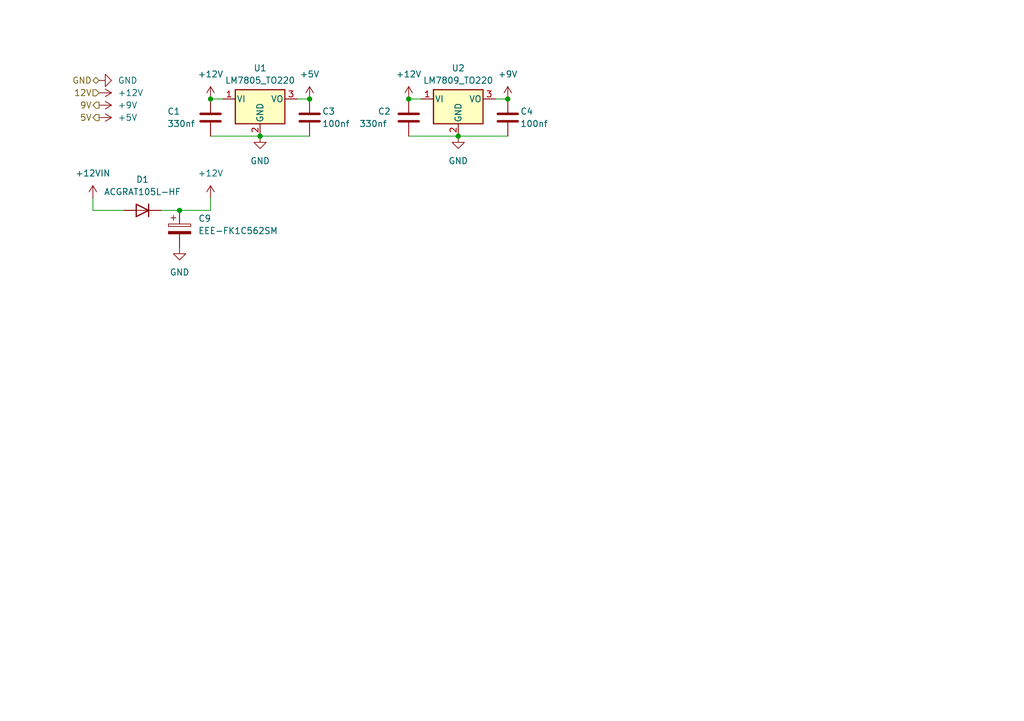
<source format=kicad_sch>
(kicad_sch (version 20231120) (generator "eeschema") (generator_version "8.0")
  (paper "A5")
  (lib_symbols
    (symbol "Device:C" (pin_numbers hide) (pin_names (offset 0.254))
      (property "Reference" "C" (at 0.635 2.54 0))
      (property "Value" "C" (at 0.635 -2.54 0))
      (symbol "C_0_1"
        (polyline (pts (xy -2.032 -0.762) (xy 2.032 -0.762)) (stroke (width 0.508)))
        (polyline (pts (xy -2.032 0.762) (xy 2.032 0.762)) (stroke (width 0.508)))
      )
      (symbol "C_1_1"
        (pin passive line (at 0 3.81 270) (length 2.794) (name "~") (number "1"))
        (pin passive line (at 0 -3.81 90) (length 2.794) (name "~") (number "2"))
      )
    )
    (symbol "Device:C_Polarized" (pin_numbers hide) (pin_names (offset 0.254))
      (property "Reference" "C" (at 0.635 2.54 0))
      (property "Value" "C_Polarized" (at 0.635 -2.54 0))
      (symbol "C_Polarized_0_1"
        (rectangle (start -2.286 0.508) (end 2.286 1.016))
        (polyline (pts (xy -1.778 2.286) (xy -0.762 2.286)))
        (polyline (pts (xy -1.27 2.794) (xy -1.27 1.778)))
        (rectangle (start 2.286 -0.508) (end -2.286 -1.016) (fill (type outline)))
      )
      (symbol "C_Polarized_1_1"
        (pin passive line (at 0 3.81 270) (length 2.794) (name "~") (number "1"))
        (pin passive line (at 0 -3.81 90) (length 2.794) (name "~") (number "2"))
      )
    )
    (symbol "Device:D" (pin_numbers hide) (pin_names (offset 1.016) hide)
      (property "Reference" "D" (at 0 2.54 0))
      (property "Value" "D" (at 0 -2.54 0))
      (symbol "D_0_1"
        (polyline (pts (xy -1.27 1.27) (xy -1.27 -1.27)) (stroke (width 0.254)))
        (polyline (pts (xy 1.27 0) (xy -1.27 0)))
        (polyline (pts (xy 1.27 1.27) (xy 1.27 -1.27) (xy -1.27 0) (xy 1.27 1.27)) (stroke (width 0.254)))
      )
      (symbol "D_1_1"
        (pin passive line (at -3.81 0 0) (length 2.54) (name "K") (number "1"))
        (pin passive line (at 3.81 0 180) (length 2.54) (name "A") (number "2"))
      )
    )
    (symbol "Regulator_Linear:LM7805_TO220" (pin_names (offset 0.254))
      (property "Reference" "U" (at -3.81 3.175 0))
      (property "Value" "LM7805_TO220" (at 0 3.175 0))
      (symbol "LM7805_TO220_0_1"
        (rectangle (start -5.08 1.905) (end 5.08 -5.08) (stroke (width 0.254)) (fill (type background)))
      )
      (symbol "LM7805_TO220_1_1"
        (pin power_in line (at -7.62 0 0) (length 2.54) (name "VI") (number "1"))
        (pin power_in line (at 0 -7.62 90) (length 2.54) (name "GND") (number "2"))
        (pin power_out line (at 7.62 0 180) (length 2.54) (name "VO") (number "3"))
      )
    )
    (symbol "Regulator_Linear:LM7809_TO220" (pin_names (offset 0.254))
      (property "Reference" "U" (at -3.81 3.175 0))
      (property "Value" "LM7809_TO220" (at 0 3.175 0))
      (symbol "LM7809_TO220_0_1"
        (rectangle (start -5.08 1.905) (end 5.08 -5.08) (stroke (width 0.254)) (fill (type background)))
      )
      (symbol "LM7809_TO220_1_1"
        (pin power_in line (at -7.62 0 0) (length 2.54) (name "VI") (number "1"))
        (pin power_in line (at 0 -7.62 90) (length 2.54) (name "GND") (number "2"))
        (pin power_out line (at 7.62 0 180) (length 2.54) (name "VO") (number "3"))
      )
    )
    (symbol "power:+12V" (power) (pin_numbers hide) (pin_names (offset 0) hide)
      (property "Value" "+12V" (at 0 3.556 0))
      (symbol "+12V_0_1"
        (polyline (pts (xy -0.762 1.27) (xy 0 2.54)))
        (polyline (pts (xy 0 0) (xy 0 2.54)))
        (polyline (pts (xy 0 2.54) (xy 0.762 1.27)))
      )
      (symbol "+12V_1_1"
        (pin power_in line (at 0 0 90) (length 0) (name "~") (number "1"))
      )
    )
    (symbol "power:+5V" (power) (pin_numbers hide) (pin_names (offset 0) hide)
      (property "Value" "+5V" (at 0 3.556 0))
      (symbol "+5V_0_1"
        (polyline (pts (xy -0.762 1.27) (xy 0 2.54)))
        (polyline (pts (xy 0 0) (xy 0 2.54)))
        (polyline (pts (xy 0 2.54) (xy 0.762 1.27)))
      )
      (symbol "+5V_1_1"
        (pin power_in line (at 0 0 90) (length 0) (name "~") (number "1"))
      )
    )
    (symbol "power:+9V" (power) (pin_numbers hide) (pin_names (offset 0) hide)
      (property "Value" "+9V" (at 0 3.556 0))
      (symbol "+9V_0_1"
        (polyline (pts (xy -0.762 1.27) (xy 0 2.54)))
        (polyline (pts (xy 0 0) (xy 0 2.54)))
        (polyline (pts (xy 0 2.54) (xy 0.762 1.27)))
      )
      (symbol "+9V_1_1"
        (pin power_in line (at 0 0 90) (length 0) (name "~") (number "1"))
      )
    )
    (symbol "power:GND" (power) (pin_numbers hide) (pin_names (offset 0) hide)
      (property "Value" "GND" (at 0 -3.81 0))
      (symbol "GND_0_1"
        (polyline (pts (xy 0 0) (xy 0 -1.27) (xy 1.27 -1.27) (xy 0 -2.54) (xy -1.27 -1.27) (xy 0 -1.27)))
      )
      (symbol "GND_1_1"
        (pin power_in line (at 0 0 270) (length 0) (name "~") (number "1"))
      )
    )
  )
  (junction (at 93.98 27.94))
  (junction (at 63.5 20.32))
  (junction (at 36.83 43.18))
  (junction (at 53.34 27.94))
  (junction (at 104.14 20.32))
  (junction (at 43.18 20.32))
  (junction (at 83.82 20.32))
  (wire (pts (xy 93.98 27.94) (xy 104.14 27.94)))
  (wire (pts (xy 60.96 20.32) (xy 63.5 20.32)))
  (wire (pts (xy 83.82 20.32) (xy 86.36 20.32)))
  (wire (pts (xy 33.02 43.18) (xy 36.83 43.18)))
  (wire (pts (xy 36.83 43.18) (xy 43.18 43.18)))
  (wire (pts (xy 101.6 20.32) (xy 104.14 20.32)))
  (wire (pts (xy 53.34 27.94) (xy 63.5 27.94)))
  (wire (pts (xy 19.05 43.18) (xy 25.4 43.18)))
  (wire (pts (xy 43.18 20.32) (xy 45.72 20.32)))
  (wire (pts (xy 83.82 27.94) (xy 93.98 27.94)))
  (wire (pts (xy 43.18 27.94) (xy 53.34 27.94)))
  (wire (pts (xy 43.18 43.18) (xy 43.18 40.64)))
  (wire (pts (xy 19.05 43.18) (xy 19.05 40.64)))
  (hierarchical_label "9V" (shape output) (at 20.32 21.59 180))
  (hierarchical_label "12V" (shape input) (at 20.32 19.05 180))
  (hierarchical_label "GND" (shape bidirectional) (at 20.32 16.51 180))
  (hierarchical_label "5V" (shape output) (at 20.32 24.13 180))
  (symbol (lib_id "Device:C") (at 43.18 24.13 0) (unit 1)
    (property "Reference" "C1" (at 34.29 22.86 0) (effects (justify left)))
    (property "Value" "330nf" (at 34.29 25.4 0) (effects (justify left)))
    (property "Footprint" "Capacitor_SMD:C_0805_2012Metric_Pad1.18x1.45mm_HandSolder" (effects (hide yes)))
    (property "Datasheet" "https://mm.digikey.com/Volume0/opasdata/d220001/medias/docus/4262/0805B334K250CC.pdf" (effects (hide yes)))
  )
  (symbol (lib_id "power:GND") (at 20.32 16.51 90) (unit 1)
    (property "Reference" "#PWR07" (effects (hide yes)))
    (property "Value" "GND" (at 24.13 16.5099 90) (effects (justify right)))
    (property "Description" "Power symbol creates a global label with name \"GND\" , ground" (effects (hide yes)))
  )
  (symbol (lib_id "Device:D") (at 29.21 43.18 180) (unit 1)
    (property "Reference" "D1" (at 29.21 36.83 0))
    (property "Value" "ACGRAT105L-HF" (at 29.21 39.37 0))
    (property "Datasheet" "https://www.comchiptech.com/admin/files/product/ACGRAT101L-HF%20Thru%20ACGRAT105L-HF%20RevB849012.pdf" (effects (hide yes)))
    (property "Description" "Diode" (effects (hide yes)))
    (property "Sim.Device" "D" (effects (hide yes)))
    (property "Sim.Pins" "1=K 2=A" (effects (hide yes)))
  )
  (symbol (lib_id "Device:C_Polarized") (at 36.83 46.99 0) (unit 1)
    (property "Reference" "C9" (at 40.64 44.8309 0) (effects (justify left)))
    (property "Value" "EEE-FK1C562SM" (at 40.64 47.3709 0) (effects (justify left)))
    (property "Datasheet" "https://industrial.panasonic.com/cdbs/www-data/pdf/RDE0000/ABA0000C1247.pdf" (effects (hide yes)))
    (property "Description" "Polarized capacitor" (effects (hide yes)))
  )
  (symbol (lib_id "Device:C") (at 104.14 24.13 0) (unit 1)
    (property "Reference" "C4" (at 106.68 22.86 0) (effects (justify left)))
    (property "Value" "100nf" (at 106.68 25.4 0) (effects (justify left)))
    (property "Footprint" "Capacitor_SMD:C_0805_2012Metric_Pad1.18x1.45mm_HandSolder" (effects (hide yes)))
  )
  (symbol (lib_id "Regulator_Linear:LM7809_TO220") (at 93.98 20.32 0) (unit 1)
    (property "Reference" "U2" (at 93.98 13.97 0))
    (property "Value" "LM7809_TO220" (at 93.98 16.51 0))
    (property "Footprint" "Package_TO_SOT_THT:TO-220-3_Vertical" (effects (hide yes)))
    (property "Datasheet" "https://www.onsemi.cn/PowerSolutions/document/MC7800-D.PDF" (effects (hide yes)))
  )
  (symbol (lib_id "power:GND") (at 36.83 50.8 0) (unit 1)
    (property "Reference" "#PWR048" (effects (hide yes)))
    (property "Value" "GND" (at 36.83 55.88 0))
    (property "Description" "Power symbol creates a global label with name \"GND\" , ground" (effects (hide yes)))
  )
  (symbol (lib_id "power:+5V") (at 63.5 20.32 0) (unit 1)
    (property "Reference" "#PWR012" (effects (hide yes)))
    (property "Value" "+5V" (at 63.5 15.24 0))
  )
  (symbol (lib_id "Device:C") (at 83.82 24.13 0) (unit 1)
    (property "Reference" "C2" (at 77.47 22.86 0) (effects (justify left)))
    (property "Value" "330nf" (at 73.66 25.4 0) (effects (justify left)))
    (property "Footprint" "Capacitor_SMD:C_0805_2012Metric_Pad1.18x1.45mm_HandSolder" (effects (hide yes)))
  )
  (symbol (lib_id "power:+12V") (at 43.18 20.32 0) (unit 1)
    (property "Reference" "#PWR08" (effects (hide yes)))
    (property "Value" "+12V" (at 43.18 15.24 0))
  )
  (symbol (lib_id "power:+12V") (at 43.18 40.64 0) (unit 1)
    (property "Reference" "#PWR049" (effects (hide yes)))
    (property "Value" "+12V" (at 43.18 35.56 0))
    (property "Description" "Power symbol creates a global label with name \"+12V\"" (effects (hide yes)))
  )
  (symbol (lib_id "power:GND") (at 93.98 27.94 0) (unit 1)
    (property "Reference" "#PWR011" (effects (hide yes)))
    (property "Value" "GND" (at 93.98 33.02 0))
  )
  (symbol (lib_id "power:+5V") (at 20.32 24.13 270) (unit 1)
    (property "Reference" "#PWR03" (effects (hide yes)))
    (property "Value" "+5V" (at 24.13 24.1299 90) (effects (justify left)))
    (property "Description" "Power symbol creates a global label with name \"+5V\"" (effects (hide yes)))
  )
  (symbol (lib_id "power:+12V") (at 19.05 40.64 0) (unit 1)
    (property "Reference" "#PWR042" (effects (hide yes)))
    (property "Value" "+12VIN" (at 19.05 35.56 0))
    (property "Description" "Power symbol creates a global label with name \"+12V\"" (effects (hide yes)))
  )
  (symbol (lib_id "power:GND") (at 53.34 27.94 0) (unit 1)
    (property "Reference" "#PWR010" (effects (hide yes)))
    (property "Value" "GND" (at 53.34 33.02 0))
  )
  (symbol (lib_id "Regulator_Linear:LM7805_TO220") (at 53.34 20.32 0) (unit 1)
    (property "Reference" "U1" (at 53.34 13.97 0))
    (property "Value" "LM7805_TO220" (at 53.34 16.51 0))
    (property "Footprint" "Package_TO_SOT_THT:TO-220-3_Vertical" (effects (hide yes)))
    (property "Datasheet" "https://www.onsemi.cn/PowerSolutions/document/MC7800-D.PDF" (effects (hide yes)))
  )
  (symbol (lib_id "power:+12V") (at 83.82 20.32 0) (unit 1)
    (property "Reference" "#PWR09" (effects (hide yes)))
    (property "Value" "+12V" (at 83.82 15.24 0))
  )
  (symbol (lib_id "power:+9V") (at 20.32 21.59 270) (unit 1)
    (property "Reference" "#PWR04" (effects (hide yes)))
    (property "Value" "+9V" (at 24.13 21.5899 90) (effects (justify left)))
    (property "Description" "Power symbol creates a global label with name \"+9V\"" (effects (hide yes)))
  )
  (symbol (lib_id "power:+9V") (at 104.14 20.32 0) (unit 1)
    (property "Reference" "#PWR013" (effects (hide yes)))
    (property "Value" "+9V" (at 104.14 15.24 0))
  )
  (symbol (lib_id "power:+12V") (at 20.32 19.05 270) (unit 1)
    (property "Reference" "#PWR06" (effects (hide yes)))
    (property "Value" "+12V" (at 24.13 19.0499 90) (effects (justify left)))
    (property "Description" "Power symbol creates a global label with name \"+12V\"" (effects (hide yes)))
  )
  (symbol (lib_id "Device:C") (at 63.5 24.13 0) (unit 1)
    (property "Reference" "C3" (at 66.04 22.86 0) (effects (justify left)))
    (property "Value" "100nf" (at 66.04 25.4 0) (effects (justify left)))
    (property "Footprint" "Capacitor_SMD:C_0805_2012Metric_Pad1.18x1.45mm_HandSolder" (effects (hide yes)))
    (property "Datasheet" "https://mm.digikey.com/Volume0/opasdata/d220001/medias/docus/4005/0805B104K101CC.pdf" (effects (hide yes)))
  )
)
</source>
